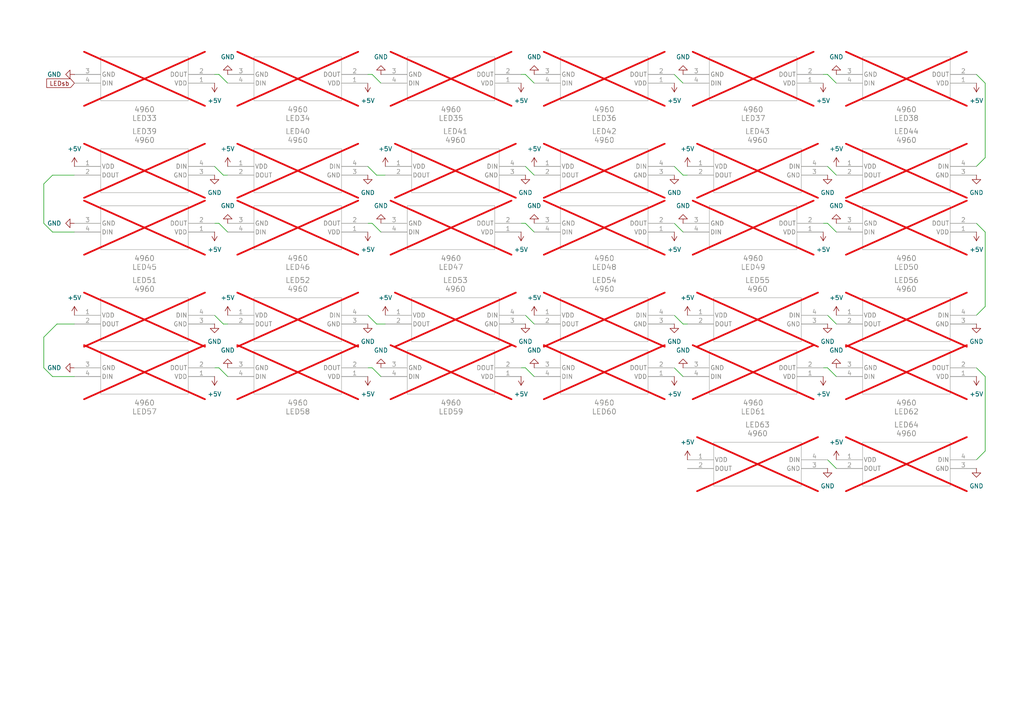
<source format=kicad_sch>
(kicad_sch (version 20250114) (generator "eeschema") (generator_version "9.0")
  (paper "A4")
  (lib_symbols
    (symbol "leds:4960" (pin_names (offset 0.254))
      (property "Reference" "LED" (at 20.32 10.16 0))
      (property "Value" "4960" (at 20.32 7.62 0))
      (symbol "4960_0_1"
        (polyline (pts (xy 7.62 5.08) (xy 7.62 -7.62)) (stroke (width 0.127)))
        (polyline (pts (xy 7.62 -7.62) (xy 33.02 -7.62)) (stroke (width 0.127)))
        (polyline (pts (xy 33.02 5.08) (xy 7.62 5.08)) (stroke (width 0.127)))
        (polyline (pts (xy 33.02 -7.62) (xy 33.02 5.08)) (stroke (width 0.127)))
        (pin power_in line (at 0 0 0) (length 7.62) (name "VDD") (number "1"))
        (pin output line (at 0 -2.54 0) (length 7.62) (name "DOUT") (number "2"))
        (pin input line (at 40.64 0 180) (length 7.62) (name "DIN") (number "4"))
        (pin power_out line (at 40.64 -2.54 180) (length 7.62) (name "GND") (number "3"))
      )
    )
    (symbol "power:+5V" (power) (pin_numbers (hide yes)) (pin_names (offset 0) (hide yes))
      (property "Value" "+5V" (at 0 3.556 0))
      (symbol "+5V_0_1"
        (polyline (pts (xy -0.762 1.27) (xy 0 2.54)))
        (polyline (pts (xy 0 2.54) (xy 0.762 1.27)))
        (polyline (pts (xy 0 0) (xy 0 2.54)))
      )
      (symbol "+5V_1_1"
        (pin power_in line (at 0 0 90) (length 0) (name "~") (number "1"))
      )
    )
    (symbol "power:GND" (power) (pin_numbers (hide yes)) (pin_names (offset 0) (hide yes))
      (property "Value" "GND" (at 0 -3.81 0))
      (symbol "GND_0_1"
        (polyline (pts (xy 0 0) (xy 0 -1.27) (xy 1.27 -1.27) (xy 0 -2.54) (xy -1.27 -1.27) (xy 0 -1.27)))
      )
      (symbol "GND_1_1"
        (pin power_in line (at 0 0 270) (length 0) (name "~") (number "1"))
      )
    )
  )
  (wire (pts (xy 15.24 50.8) (xy 12.7 53.34)))
  (wire (pts (xy 66.04 50.8) (xy 64.77 50.8)))
  (wire (pts (xy 195.58 64.77) (xy 198.12 67.31)))
  (wire (pts (xy 12.7 53.34) (xy 12.7 64.77)))
  (wire (pts (xy 63.5 64.77) (xy 66.04 67.31)))
  (wire (pts (xy 285.75 130.81) (xy 283.21 133.35)))
  (wire (pts (xy 12.7 106.68) (xy 15.24 109.22)))
  (wire (pts (xy 240.03 64.77) (xy 242.57 67.31)))
  (wire (pts (xy 285.75 109.22) (xy 285.75 130.81)))
  (wire (pts (xy 151.13 21.59) (xy 152.4 21.59)))
  (wire (pts (xy 238.76 64.77) (xy 240.03 64.77)))
  (wire (pts (xy 285.75 88.9) (xy 283.21 91.44)))
  (wire (pts (xy 152.4 64.77) (xy 154.94 67.31)))
  (wire (pts (xy 106.68 48.26) (xy 109.22 50.8)))
  (wire (pts (xy 242.57 50.8) (xy 240.03 48.26)))
  (wire (pts (xy 151.13 106.68) (xy 152.4 106.68)))
  (wire (pts (xy 64.77 50.8) (xy 62.23 48.26)))
  (wire (pts (xy 152.4 21.59) (xy 154.94 24.13)))
  (wire (pts (xy 66.04 93.98) (xy 64.77 93.98)))
  (wire (pts (xy 240.03 21.59) (xy 242.57 24.13)))
  (wire (pts (xy 285.75 24.13) (xy 285.75 45.72)))
  (wire (pts (xy 107.95 64.77) (xy 110.49 67.31)))
  (wire (pts (xy 62.23 106.68) (xy 63.5 106.68)))
  (wire (pts (xy 62.23 64.77) (xy 63.5 64.77)))
  (wire (pts (xy 106.68 91.44) (xy 109.22 93.98)))
  (wire (pts (xy 62.23 21.59) (xy 63.5 21.59)))
  (wire (pts (xy 242.57 135.89) (xy 240.03 133.35)))
  (wire (pts (xy 151.13 64.77) (xy 152.4 64.77)))
  (wire (pts (xy 154.94 93.98) (xy 152.4 91.44)))
  (wire (pts (xy 106.68 21.59) (xy 107.95 21.59)))
  (wire (pts (xy 21.59 93.98) (xy 16.51 93.98)))
  (wire (pts (xy 238.76 106.68) (xy 240.03 106.68)))
  (wire (pts (xy 21.59 50.8) (xy 15.24 50.8)))
  (wire (pts (xy 15.24 109.22) (xy 21.59 109.22)))
  (wire (pts (xy 152.4 106.68) (xy 154.94 109.22)))
  (wire (pts (xy 12.7 97.79) (xy 12.7 106.68)))
  (wire (pts (xy 63.5 21.59) (xy 66.04 24.13)))
  (wire (pts (xy 238.76 21.59) (xy 240.03 21.59)))
  (wire (pts (xy 198.12 93.98) (xy 195.58 91.44)))
  (wire (pts (xy 63.5 106.68) (xy 66.04 109.22)))
  (wire (pts (xy 283.21 21.59) (xy 285.75 24.13)))
  (wire (pts (xy 106.68 64.77) (xy 107.95 64.77)))
  (wire (pts (xy 195.58 106.68) (xy 198.12 109.22)))
  (wire (pts (xy 107.95 106.68) (xy 110.49 109.22)))
  (wire (pts (xy 240.03 106.68) (xy 242.57 109.22)))
  (wire (pts (xy 16.51 93.98) (xy 12.7 97.79)))
  (wire (pts (xy 15.24 67.31) (xy 21.59 67.31)))
  (wire (pts (xy 111.76 50.8) (xy 109.22 50.8)))
  (wire (pts (xy 285.75 67.31) (xy 285.75 88.9)))
  (wire (pts (xy 283.21 64.77) (xy 285.75 67.31)))
  (wire (pts (xy 199.39 50.8) (xy 198.12 50.8)))
  (wire (pts (xy 107.95 21.59) (xy 110.49 24.13)))
  (wire (pts (xy 199.39 93.98) (xy 198.12 93.98)))
  (wire (pts (xy 242.57 93.98) (xy 240.03 91.44)))
  (wire (pts (xy 283.21 106.68) (xy 285.75 109.22)))
  (wire (pts (xy 195.58 21.59) (xy 198.12 24.13)))
  (wire (pts (xy 154.94 50.8) (xy 152.4 48.26)))
  (wire (pts (xy 106.68 106.68) (xy 107.95 106.68)))
  (wire (pts (xy 64.77 93.98) (xy 62.23 91.44)))
  (wire (pts (xy 285.75 45.72) (xy 283.21 48.26)))
  (wire (pts (xy 12.7 64.77) (xy 15.24 67.31)))
  (wire (pts (xy 111.76 93.98) (xy 109.22 93.98)))
  (wire (pts (xy 198.12 50.8) (xy 195.58 48.26)))
  (global_label "LEDsb" (shape input) (at 21.59 24.13 180) (property "Intersheetrefs" "${INTERSHEET_REFS}" (effects (hide yes))))
  (symbol (lib_id "power:GND") (at 154.94 106.68 180) (unit 1)
    (property "Reference" "#PWR0183" (effects (hide yes)))
    (property "Value" "GND" (at 154.94 101.6 0))
    (property "Description" "Power symbol creates a global label with name \"GND\" , ground" (effects (hide yes)))
  )
  (symbol (lib_id "leds:4960") (at 21.59 91.44 0) (unit 1) (dnp yes)
    (property "Reference" "LED51" (at 41.91 81.28 0) (effects (font (size 1.524 1.524))))
    (property "Value" "4960" (at 41.91 83.82 0) (effects (font (size 1.524 1.524))))
    (property "Footprint" "Custom Lib:4960_ADA" (effects (hide yes)))
    (property "Datasheet" "4960" (effects (hide yes)))
  )
  (symbol (lib_id "power:+5V") (at 238.76 24.13 180) (unit 1)
    (property "Reference" "#PWR0142" (effects (hide yes)))
    (property "Value" "+5V" (at 238.76 29.21 0))
    (property "Description" "Power symbol creates a global label with name \"+5V\"" (effects (hide yes)))
  )
  (symbol (lib_id "power:GND") (at 21.59 21.59 270) (unit 1)
    (property "Reference" "#PWR0132" (effects (hide yes)))
    (property "Value" "GND" (at 17.78 21.5901 90) (effects (justify right)))
    (property "Description" "Power symbol creates a global label with name \"GND\" , ground" (effects (hide yes)))
  )
  (symbol (lib_id "leds:4960") (at 106.68 67.31 180) (unit 1) (dnp yes)
    (property "Reference" "LED46" (at 86.36 77.47 0) (effects (font (size 1.524 1.524))))
    (property "Value" "4960" (at 86.36 74.93 0) (effects (font (size 1.524 1.524))))
    (property "Footprint" "Custom Lib:4960_ADA" (effects (hide yes)))
    (property "Datasheet" "4960" (effects (hide yes)))
  )
  (symbol (lib_id "power:+5V") (at 151.13 24.13 180) (unit 1)
    (property "Reference" "#PWR0140" (effects (hide yes)))
    (property "Value" "+5V" (at 151.13 29.21 0))
    (property "Description" "Power symbol creates a global label with name \"+5V\"" (effects (hide yes)))
  )
  (symbol (lib_id "power:GND") (at 62.23 93.98 0) (unit 1)
    (property "Reference" "#PWR0174" (effects (hide yes)))
    (property "Value" "GND" (at 62.23 99.06 0))
    (property "Description" "Power symbol creates a global label with name \"GND\" , ground" (effects (hide yes)))
  )
  (symbol (lib_id "power:+5V") (at 106.68 67.31 180) (unit 1)
    (property "Reference" "#PWR0163" (effects (hide yes)))
    (property "Value" "+5V" (at 106.68 72.39 0))
    (property "Description" "Power symbol creates a global label with name \"+5V\"" (effects (hide yes)))
  )
  (symbol (lib_id "leds:4960") (at 238.76 109.22 180) (unit 1) (dnp yes)
    (property "Reference" "LED61" (at 218.44 119.38 0) (effects (font (size 1.524 1.524))))
    (property "Value" "4960" (at 218.44 116.84 0) (effects (font (size 1.524 1.524))))
    (property "Footprint" "Custom Lib:4960_ADA" (effects (hide yes)))
    (property "Datasheet" "4960" (effects (hide yes)))
  )
  (symbol (lib_id "leds:4960") (at 154.94 91.44 0) (unit 1) (dnp yes)
    (property "Reference" "LED54" (at 175.26 81.28 0) (effects (font (size 1.524 1.524))))
    (property "Value" "4960" (at 175.26 83.82 0) (effects (font (size 1.524 1.524))))
    (property "Footprint" "Custom Lib:4960_ADA" (effects (hide yes)))
    (property "Datasheet" "4960" (effects (hide yes)))
  )
  (symbol (lib_id "leds:4960") (at 62.23 109.22 180) (unit 1) (dnp yes)
    (property "Reference" "LED57" (at 41.91 119.38 0) (effects (font (size 1.524 1.524))))
    (property "Value" "4960" (at 41.91 116.84 0) (effects (font (size 1.524 1.524))))
    (property "Footprint" "Custom Lib:4960_ADA" (effects (hide yes)))
    (property "Datasheet" "4960" (effects (hide yes)))
  )
  (symbol (lib_id "leds:4960") (at 154.94 48.26 0) (unit 1) (dnp yes)
    (property "Reference" "LED42" (at 175.26 38.1 0) (effects (font (size 1.524 1.524))))
    (property "Value" "4960" (at 175.26 40.64 0) (effects (font (size 1.524 1.524))))
    (property "Footprint" "Custom Lib:4960_ADA" (effects (hide yes)))
    (property "Datasheet" "4960" (effects (hide yes)))
  )
  (symbol (lib_id "power:GND") (at 240.03 50.8 0) (unit 1)
    (property "Reference" "#PWR0154" (effects (hide yes)))
    (property "Value" "GND" (at 240.03 55.88 0))
    (property "Description" "Power symbol creates a global label with name \"GND\" , ground" (effects (hide yes)))
  )
  (symbol (lib_id "power:GND") (at 198.12 64.77 180) (unit 1)
    (property "Reference" "#PWR0160" (effects (hide yes)))
    (property "Value" "GND" (at 198.12 59.69 0))
    (property "Description" "Power symbol creates a global label with name \"GND\" , ground" (effects (hide yes)))
  )
  (symbol (lib_id "leds:4960") (at 195.58 109.22 180) (unit 1) (dnp yes)
    (property "Reference" "LED60" (at 175.26 119.38 0) (effects (font (size 1.524 1.524))))
    (property "Value" "4960" (at 175.26 116.84 0) (effects (font (size 1.524 1.524))))
    (property "Footprint" "Custom Lib:4960_ADA" (effects (hide yes)))
    (property "Datasheet" "4960" (effects (hide yes)))
  )
  (symbol (lib_id "power:+5V") (at 151.13 67.31 180) (unit 1)
    (property "Reference" "#PWR0164" (effects (hide yes)))
    (property "Value" "+5V" (at 151.13 72.39 0))
    (property "Description" "Power symbol creates a global label with name \"+5V\"" (effects (hide yes)))
  )
  (symbol (lib_id "power:GND") (at 283.21 93.98 0) (unit 1)
    (property "Reference" "#PWR0179" (effects (hide yes)))
    (property "Value" "GND" (at 283.21 99.06 0))
    (property "Description" "Power symbol creates a global label with name \"GND\" , ground" (effects (hide yes)))
  )
  (symbol (lib_id "leds:4960") (at 199.39 133.35 0) (unit 1) (dnp yes)
    (property "Reference" "LED63" (at 219.71 123.19 0) (effects (font (size 1.524 1.524))))
    (property "Value" "4960" (at 219.71 125.73 0) (effects (font (size 1.524 1.524))))
    (property "Footprint" "Custom Lib:4960_ADA" (effects (hide yes)))
    (property "Datasheet" "4960" (effects (hide yes)))
  )
  (symbol (lib_id "power:GND") (at 240.03 135.89 0) (unit 1)
    (property "Reference" "#PWR0194" (effects (hide yes)))
    (property "Value" "GND" (at 240.03 140.97 0))
    (property "Description" "Power symbol creates a global label with name \"GND\" , ground" (effects (hide yes)))
  )
  (symbol (lib_id "leds:4960") (at 66.04 48.26 0) (unit 1) (dnp yes)
    (property "Reference" "LED40" (at 86.36 38.1 0) (effects (font (size 1.524 1.524))))
    (property "Value" "4960" (at 86.36 40.64 0) (effects (font (size 1.524 1.524))))
    (property "Footprint" "Custom Lib:4960_ADA" (effects (hide yes)))
    (property "Datasheet" "4960" (effects (hide yes)))
  )
  (symbol (lib_id "power:GND") (at 198.12 106.68 180) (unit 1)
    (property "Reference" "#PWR0184" (effects (hide yes)))
    (property "Value" "GND" (at 198.12 101.6 0))
    (property "Description" "Power symbol creates a global label with name \"GND\" , ground" (effects (hide yes)))
  )
  (symbol (lib_id "power:+5V") (at 21.59 48.26 0) (unit 1)
    (property "Reference" "#PWR0144" (effects (hide yes)))
    (property "Value" "+5V" (at 21.59 43.18 0))
    (property "Description" "Power symbol creates a global label with name \"+5V\"" (effects (hide yes)))
  )
  (symbol (lib_id "power:+5V") (at 66.04 48.26 0) (unit 1)
    (property "Reference" "#PWR0145" (effects (hide yes)))
    (property "Value" "+5V" (at 66.04 43.18 0))
    (property "Description" "Power symbol creates a global label with name \"+5V\"" (effects (hide yes)))
  )
  (symbol (lib_id "power:GND") (at 62.23 50.8 0) (unit 1)
    (property "Reference" "#PWR0150" (effects (hide yes)))
    (property "Value" "GND" (at 62.23 55.88 0))
    (property "Description" "Power symbol creates a global label with name \"GND\" , ground" (effects (hide yes)))
  )
  (symbol (lib_id "power:+5V") (at 242.57 133.35 0) (unit 1)
    (property "Reference" "#PWR0193" (effects (hide yes)))
    (property "Value" "+5V" (at 242.57 128.27 0))
    (property "Description" "Power symbol creates a global label with name \"+5V\"" (effects (hide yes)))
  )
  (symbol (lib_id "power:GND") (at 152.4 50.8 0) (unit 1)
    (property "Reference" "#PWR0152" (effects (hide yes)))
    (property "Value" "GND" (at 152.4 55.88 0))
    (property "Description" "Power symbol creates a global label with name \"GND\" , ground" (effects (hide yes)))
  )
  (symbol (lib_id "power:+5V") (at 283.21 24.13 180) (unit 1)
    (property "Reference" "#PWR0143" (effects (hide yes)))
    (property "Value" "+5V" (at 283.21 29.21 0))
    (property "Description" "Power symbol creates a global label with name \"+5V\"" (effects (hide yes)))
  )
  (symbol (lib_id "leds:4960") (at 242.57 48.26 0) (unit 1) (dnp yes)
    (property "Reference" "LED44" (at 262.89 38.1 0) (effects (font (size 1.524 1.524))))
    (property "Value" "4960" (at 262.89 40.64 0) (effects (font (size 1.524 1.524))))
    (property "Footprint" "Custom Lib:4960_ADA" (effects (hide yes)))
    (property "Datasheet" "4960" (effects (hide yes)))
  )
  (symbol (lib_id "power:+5V") (at 199.39 48.26 0) (unit 1)
    (property "Reference" "#PWR0148" (effects (hide yes)))
    (property "Value" "+5V" (at 199.39 43.18 0))
    (property "Description" "Power symbol creates a global label with name \"+5V\"" (effects (hide yes)))
  )
  (symbol (lib_id "power:GND") (at 21.59 64.77 270) (unit 1)
    (property "Reference" "#PWR0156" (effects (hide yes)))
    (property "Value" "GND" (at 17.78 64.7701 90) (effects (justify right)))
    (property "Description" "Power symbol creates a global label with name \"GND\" , ground" (effects (hide yes)))
  )
  (symbol (lib_id "power:+5V") (at 199.39 133.35 0) (unit 1)
    (property "Reference" "#PWR0192" (effects (hide yes)))
    (property "Value" "+5V" (at 199.39 128.27 0))
    (property "Description" "Power symbol creates a global label with name \"+5V\"" (effects (hide yes)))
  )
  (symbol (lib_id "power:GND") (at 66.04 21.59 180) (unit 1)
    (property "Reference" "#PWR0133" (effects (hide yes)))
    (property "Value" "GND" (at 66.04 16.51 0))
    (property "Description" "Power symbol creates a global label with name \"GND\" , ground" (effects (hide yes)))
  )
  (symbol (lib_id "leds:4960") (at 62.23 24.13 180) (unit 1) (dnp yes)
    (property "Reference" "LED33" (at 41.91 34.29 0) (effects (font (size 1.524 1.524))))
    (property "Value" "4960" (at 41.91 31.75 0) (effects (font (size 1.524 1.524))))
    (property "Footprint" "Custom Lib:4960_ADA" (effects (hide yes)))
    (property "Datasheet" "4960" (effects (hide yes)))
  )
  (symbol (lib_id "leds:4960") (at 242.57 91.44 0) (unit 1) (dnp yes)
    (property "Reference" "LED56" (at 262.89 81.28 0) (effects (font (size 1.524 1.524))))
    (property "Value" "4960" (at 262.89 83.82 0) (effects (font (size 1.524 1.524))))
    (property "Footprint" "Custom Lib:4960_ADA" (effects (hide yes)))
    (property "Datasheet" "4960" (effects (hide yes)))
  )
  (symbol (lib_id "leds:4960") (at 111.76 91.44 0) (unit 1) (dnp yes)
    (property "Reference" "LED53" (at 132.08 81.28 0) (effects (font (size 1.524 1.524))))
    (property "Value" "4960" (at 132.08 83.82 0) (effects (font (size 1.524 1.524))))
    (property "Footprint" "Custom Lib:4960_ADA" (effects (hide yes)))
    (property "Datasheet" "4960" (effects (hide yes)))
  )
  (symbol (lib_id "power:GND") (at 198.12 21.59 180) (unit 1)
    (property "Reference" "#PWR0136" (effects (hide yes)))
    (property "Value" "GND" (at 198.12 16.51 0))
    (property "Description" "Power symbol creates a global label with name \"GND\" , ground" (effects (hide yes)))
  )
  (symbol (lib_id "leds:4960") (at 106.68 109.22 180) (unit 1) (dnp yes)
    (property "Reference" "LED58" (at 86.36 119.38 0) (effects (font (size 1.524 1.524))))
    (property "Value" "4960" (at 86.36 116.84 0) (effects (font (size 1.524 1.524))))
    (property "Footprint" "Custom Lib:4960_ADA" (effects (hide yes)))
    (property "Datasheet" "4960" (effects (hide yes)))
  )
  (symbol (lib_id "power:+5V") (at 106.68 24.13 180) (unit 1)
    (property "Reference" "#PWR0139" (effects (hide yes)))
    (property "Value" "+5V" (at 106.68 29.21 0))
    (property "Description" "Power symbol creates a global label with name \"+5V\"" (effects (hide yes)))
  )
  (symbol (lib_id "power:+5V") (at 199.39 91.44 0) (unit 1)
    (property "Reference" "#PWR0172" (effects (hide yes)))
    (property "Value" "+5V" (at 199.39 86.36 0))
    (property "Description" "Power symbol creates a global label with name \"+5V\"" (effects (hide yes)))
  )
  (symbol (lib_id "leds:4960") (at 283.21 24.13 180) (unit 1) (dnp yes)
    (property "Reference" "LED38" (at 262.89 34.29 0) (effects (font (size 1.524 1.524))))
    (property "Value" "4960" (at 262.89 31.75 0) (effects (font (size 1.524 1.524))))
    (property "Footprint" "Custom Lib:4960_ADA" (effects (hide yes)))
    (property "Datasheet" "4960" (effects (hide yes)))
  )
  (symbol (lib_id "power:GND") (at 110.49 106.68 180) (unit 1)
    (property "Reference" "#PWR0182" (effects (hide yes)))
    (property "Value" "GND" (at 110.49 101.6 0))
    (property "Description" "Power symbol creates a global label with name \"GND\" , ground" (effects (hide yes)))
  )
  (symbol (lib_id "power:+5V") (at 195.58 67.31 180) (unit 1)
    (property "Reference" "#PWR0165" (effects (hide yes)))
    (property "Value" "+5V" (at 195.58 72.39 0))
    (property "Description" "Power symbol creates a global label with name \"+5V\"" (effects (hide yes)))
  )
  (symbol (lib_id "leds:4960") (at 199.39 91.44 0) (unit 1) (dnp yes)
    (property "Reference" "LED55" (at 219.71 81.28 0) (effects (font (size 1.524 1.524))))
    (property "Value" "4960" (at 219.71 83.82 0) (effects (font (size 1.524 1.524))))
    (property "Footprint" "Custom Lib:4960_ADA" (effects (hide yes)))
    (property "Datasheet" "4960" (effects (hide yes)))
  )
  (symbol (lib_id "power:GND") (at 154.94 64.77 180) (unit 1)
    (property "Reference" "#PWR0159" (effects (hide yes)))
    (property "Value" "GND" (at 154.94 59.69 0))
    (property "Description" "Power symbol creates a global label with name \"GND\" , ground" (effects (hide yes)))
  )
  (symbol (lib_id "leds:4960") (at 195.58 67.31 180) (unit 1) (dnp yes)
    (property "Reference" "LED48" (at 175.26 77.47 0) (effects (font (size 1.524 1.524))))
    (property "Value" "4960" (at 175.26 74.93 0) (effects (font (size 1.524 1.524))))
    (property "Footprint" "Custom Lib:4960_ADA" (effects (hide yes)))
    (property "Datasheet" "4960" (effects (hide yes)))
  )
  (symbol (lib_id "power:+5V") (at 154.94 48.26 0) (unit 1)
    (property "Reference" "#PWR0147" (effects (hide yes)))
    (property "Value" "+5V" (at 154.94 43.18 0))
    (property "Description" "Power symbol creates a global label with name \"+5V\"" (effects (hide yes)))
  )
  (symbol (lib_id "leds:4960") (at 283.21 109.22 180) (unit 1) (dnp yes)
    (property "Reference" "LED62" (at 262.89 119.38 0) (effects (font (size 1.524 1.524))))
    (property "Value" "4960" (at 262.89 116.84 0) (effects (font (size 1.524 1.524))))
    (property "Footprint" "Custom Lib:4960_ADA" (effects (hide yes)))
    (property "Datasheet" "4960" (effects (hide yes)))
  )
  (symbol (lib_id "leds:4960") (at 62.23 67.31 180) (unit 1) (dnp yes)
    (property "Reference" "LED45" (at 41.91 77.47 0) (effects (font (size 1.524 1.524))))
    (property "Value" "4960" (at 41.91 74.93 0) (effects (font (size 1.524 1.524))))
    (property "Footprint" "Custom Lib:4960_ADA" (effects (hide yes)))
    (property "Datasheet" "4960" (effects (hide yes)))
  )
  (symbol (lib_id "leds:4960") (at 151.13 67.31 180) (unit 1) (dnp yes)
    (property "Reference" "LED47" (at 130.81 77.47 0) (effects (font (size 1.524 1.524))))
    (property "Value" "4960" (at 130.81 74.93 0) (effects (font (size 1.524 1.524))))
    (property "Footprint" "Custom Lib:4960_ADA" (effects (hide yes)))
    (property "Datasheet" "4960" (effects (hide yes)))
  )
  (symbol (lib_id "power:GND") (at 195.58 50.8 0) (unit 1)
    (property "Reference" "#PWR0153" (effects (hide yes)))
    (property "Value" "GND" (at 195.58 55.88 0))
    (property "Description" "Power symbol creates a global label with name \"GND\" , ground" (effects (hide yes)))
  )
  (symbol (lib_id "power:GND") (at 242.57 106.68 180) (unit 1)
    (property "Reference" "#PWR0185" (effects (hide yes)))
    (property "Value" "GND" (at 242.57 101.6 0))
    (property "Description" "Power symbol creates a global label with name \"GND\" , ground" (effects (hide yes)))
  )
  (symbol (lib_id "power:+5V") (at 238.76 109.22 180) (unit 1)
    (property "Reference" "#PWR0190" (effects (hide yes)))
    (property "Value" "+5V" (at 238.76 114.3 0))
    (property "Description" "Power symbol creates a global label with name \"+5V\"" (effects (hide yes)))
  )
  (symbol (lib_id "power:GND") (at 242.57 64.77 180) (unit 1)
    (property "Reference" "#PWR0161" (effects (hide yes)))
    (property "Value" "GND" (at 242.57 59.69 0))
    (property "Description" "Power symbol creates a global label with name \"GND\" , ground" (effects (hide yes)))
  )
  (symbol (lib_id "power:+5V") (at 283.21 67.31 180) (unit 1)
    (property "Reference" "#PWR0167" (effects (hide yes)))
    (property "Value" "+5V" (at 283.21 72.39 0))
    (property "Description" "Power symbol creates a global label with name \"+5V\"" (effects (hide yes)))
  )
  (symbol (lib_id "leds:4960") (at 106.68 24.13 180) (unit 1) (dnp yes)
    (property "Reference" "LED34" (at 86.36 34.29 0) (effects (font (size 1.524 1.524))))
    (property "Value" "4960" (at 86.36 31.75 0) (effects (font (size 1.524 1.524))))
    (property "Footprint" "Custom Lib:4960_ADA" (effects (hide yes)))
    (property "Datasheet" "4960" (effects (hide yes)))
  )
  (symbol (lib_id "leds:4960") (at 238.76 67.31 180) (unit 1) (dnp yes)
    (property "Reference" "LED49" (at 218.44 77.47 0) (effects (font (size 1.524 1.524))))
    (property "Value" "4960" (at 218.44 74.93 0) (effects (font (size 1.524 1.524))))
    (property "Footprint" "Custom Lib:4960_ADA" (effects (hide yes)))
    (property "Datasheet" "4960" (effects (hide yes)))
  )
  (symbol (lib_id "power:+5V") (at 111.76 91.44 0) (unit 1)
    (property "Reference" "#PWR0170" (effects (hide yes)))
    (property "Value" "+5V" (at 111.76 86.36 0))
    (property "Description" "Power symbol creates a global label with name \"+5V\"" (effects (hide yes)))
  )
  (symbol (lib_id "leds:4960") (at 151.13 24.13 180) (unit 1) (dnp yes)
    (property "Reference" "LED35" (at 130.81 34.29 0) (effects (font (size 1.524 1.524))))
    (property "Value" "4960" (at 130.81 31.75 0) (effects (font (size 1.524 1.524))))
    (property "Footprint" "Custom Lib:4960_ADA" (effects (hide yes)))
    (property "Datasheet" "4960" (effects (hide yes)))
  )
  (symbol (lib_id "power:GND") (at 154.94 21.59 180) (unit 1)
    (property "Reference" "#PWR0135" (effects (hide yes)))
    (property "Value" "GND" (at 154.94 16.51 0))
    (property "Description" "Power symbol creates a global label with name \"GND\" , ground" (effects (hide yes)))
  )
  (symbol (lib_id "leds:4960") (at 111.76 48.26 0) (unit 1) (dnp yes)
    (property "Reference" "LED41" (at 132.08 38.1 0) (effects (font (size 1.524 1.524))))
    (property "Value" "4960" (at 132.08 40.64 0) (effects (font (size 1.524 1.524))))
    (property "Footprint" "Custom Lib:4960_ADA" (effects (hide yes)))
    (property "Datasheet" "4960" (effects (hide yes)))
  )
  (symbol (lib_id "power:+5V") (at 238.76 67.31 180) (unit 1)
    (property "Reference" "#PWR0166" (effects (hide yes)))
    (property "Value" "+5V" (at 238.76 72.39 0))
    (property "Description" "Power symbol creates a global label with name \"+5V\"" (effects (hide yes)))
  )
  (symbol (lib_id "leds:4960") (at 283.21 67.31 180) (unit 1) (dnp yes)
    (property "Reference" "LED50" (at 262.89 77.47 0) (effects (font (size 1.524 1.524))))
    (property "Value" "4960" (at 262.89 74.93 0) (effects (font (size 1.524 1.524))))
    (property "Footprint" "Custom Lib:4960_ADA" (effects (hide yes)))
    (property "Datasheet" "4960" (effects (hide yes)))
  )
  (symbol (lib_id "power:+5V") (at 242.57 48.26 0) (unit 1)
    (property "Reference" "#PWR0149" (effects (hide yes)))
    (property "Value" "+5V" (at 242.57 43.18 0))
    (property "Description" "Power symbol creates a global label with name \"+5V\"" (effects (hide yes)))
  )
  (symbol (lib_id "power:+5V") (at 283.21 109.22 180) (unit 1)
    (property "Reference" "#PWR0191" (effects (hide yes)))
    (property "Value" "+5V" (at 283.21 114.3 0))
    (property "Description" "Power symbol creates a global label with name \"+5V\"" (effects (hide yes)))
  )
  (symbol (lib_id "power:+5V") (at 154.94 91.44 0) (unit 1)
    (property "Reference" "#PWR0171" (effects (hide yes)))
    (property "Value" "+5V" (at 154.94 86.36 0))
    (property "Description" "Power symbol creates a global label with name \"+5V\"" (effects (hide yes)))
  )
  (symbol (lib_id "power:GND") (at 240.03 93.98 0) (unit 1)
    (property "Reference" "#PWR0178" (effects (hide yes)))
    (property "Value" "GND" (at 240.03 99.06 0))
    (property "Description" "Power symbol creates a global label with name \"GND\" , ground" (effects (hide yes)))
  )
  (symbol (lib_id "power:GND") (at 242.57 21.59 180) (unit 1)
    (property "Reference" "#PWR0137" (effects (hide yes)))
    (property "Value" "GND" (at 242.57 16.51 0))
    (property "Description" "Power symbol creates a global label with name \"GND\" , ground" (effects (hide yes)))
  )
  (symbol (lib_id "power:GND") (at 152.4 93.98 0) (unit 1)
    (property "Reference" "#PWR0176" (effects (hide yes)))
    (property "Value" "GND" (at 152.4 99.06 0))
    (property "Description" "Power symbol creates a global label with name \"GND\" , ground" (effects (hide yes)))
  )
  (symbol (lib_id "leds:4960") (at 21.59 48.26 0) (unit 1) (dnp yes)
    (property "Reference" "LED39" (at 41.91 38.1 0) (effects (font (size 1.524 1.524))))
    (property "Value" "4960" (at 41.91 40.64 0) (effects (font (size 1.524 1.524))))
    (property "Footprint" "Custom Lib:4960_ADA" (effects (hide yes)))
    (property "Datasheet" "4960" (effects (hide yes)))
  )
  (symbol (lib_id "power:+5V") (at 195.58 24.13 180) (unit 1)
    (property "Reference" "#PWR0141" (effects (hide yes)))
    (property "Value" "+5V" (at 195.58 29.21 0))
    (property "Description" "Power symbol creates a global label with name \"+5V\"" (effects (hide yes)))
  )
  (symbol (lib_id "power:+5V") (at 62.23 109.22 180) (unit 1)
    (property "Reference" "#PWR0186" (effects (hide yes)))
    (property "Value" "+5V" (at 62.23 114.3 0))
    (property "Description" "Power symbol creates a global label with name \"+5V\"" (effects (hide yes)))
  )
  (symbol (lib_id "power:GND") (at 66.04 64.77 180) (unit 1)
    (property "Reference" "#PWR0157" (effects (hide yes)))
    (property "Value" "GND" (at 66.04 59.69 0))
    (property "Description" "Power symbol creates a global label with name \"GND\" , ground" (effects (hide yes)))
  )
  (symbol (lib_id "power:GND") (at 283.21 50.8 0) (unit 1)
    (property "Reference" "#PWR0155" (effects (hide yes)))
    (property "Value" "GND" (at 283.21 55.88 0))
    (property "Description" "Power symbol creates a global label with name \"GND\" , ground" (effects (hide yes)))
  )
  (symbol (lib_id "power:+5V") (at 242.57 91.44 0) (unit 1)
    (property "Reference" "#PWR0173" (effects (hide yes)))
    (property "Value" "+5V" (at 242.57 86.36 0))
    (property "Description" "Power symbol creates a global label with name \"+5V\"" (effects (hide yes)))
  )
  (symbol (lib_id "power:GND") (at 195.58 93.98 0) (unit 1)
    (property "Reference" "#PWR0177" (effects (hide yes)))
    (property "Value" "GND" (at 195.58 99.06 0))
    (property "Description" "Power symbol creates a global label with name \"GND\" , ground" (effects (hide yes)))
  )
  (symbol (lib_id "leds:4960") (at 199.39 48.26 0) (unit 1) (dnp yes)
    (property "Reference" "LED43" (at 219.71 38.1 0) (effects (font (size 1.524 1.524))))
    (property "Value" "4960" (at 219.71 40.64 0) (effects (font (size 1.524 1.524))))
    (property "Footprint" "Custom Lib:4960_ADA" (effects (hide yes)))
    (property "Datasheet" "4960" (effects (hide yes)))
  )
  (symbol (lib_id "power:+5V") (at 195.58 109.22 180) (unit 1)
    (property "Reference" "#PWR0189" (effects (hide yes)))
    (property "Value" "+5V" (at 195.58 114.3 0))
    (property "Description" "Power symbol creates a global label with name \"+5V\"" (effects (hide yes)))
  )
  (symbol (lib_id "power:GND") (at 66.04 106.68 180) (unit 1)
    (property "Reference" "#PWR0181" (effects (hide yes)))
    (property "Value" "GND" (at 66.04 101.6 0))
    (property "Description" "Power symbol creates a global label with name \"GND\" , ground" (effects (hide yes)))
  )
  (symbol (lib_id "leds:4960") (at 66.04 91.44 0) (unit 1) (dnp yes)
    (property "Reference" "LED52" (at 86.36 81.28 0) (effects (font (size 1.524 1.524))))
    (property "Value" "4960" (at 86.36 83.82 0) (effects (font (size 1.524 1.524))))
    (property "Footprint" "Custom Lib:4960_ADA" (effects (hide yes)))
    (property "Datasheet" "4960" (effects (hide yes)))
  )
  (symbol (lib_id "power:+5V") (at 62.23 67.31 180) (unit 1)
    (property "Reference" "#PWR0162" (effects (hide yes)))
    (property "Value" "+5V" (at 62.23 72.39 0))
    (property "Description" "Power symbol creates a global label with name \"+5V\"" (effects (hide yes)))
  )
  (symbol (lib_id "leds:4960") (at 238.76 24.13 180) (unit 1) (dnp yes)
    (property "Reference" "LED37" (at 218.44 34.29 0) (effects (font (size 1.524 1.524))))
    (property "Value" "4960" (at 218.44 31.75 0) (effects (font (size 1.524 1.524))))
    (property "Footprint" "Custom Lib:4960_ADA" (effects (hide yes)))
    (property "Datasheet" "4960" (effects (hide yes)))
  )
  (symbol (lib_id "leds:4960") (at 242.57 133.35 0) (unit 1) (dnp yes)
    (property "Reference" "LED64" (at 262.89 123.19 0) (effects (font (size 1.524 1.524))))
    (property "Value" "4960" (at 262.89 125.73 0) (effects (font (size 1.524 1.524))))
    (property "Footprint" "Custom Lib:4960_ADA" (effects (hide yes)))
    (property "Datasheet" "4960" (effects (hide yes)))
  )
  (symbol (lib_id "power:+5V") (at 21.59 91.44 0) (unit 1)
    (property "Reference" "#PWR0168" (effects (hide yes)))
    (property "Value" "+5V" (at 21.59 86.36 0))
    (property "Description" "Power symbol creates a global label with name \"+5V\"" (effects (hide yes)))
  )
  (symbol (lib_id "power:GND") (at 106.68 50.8 0) (unit 1)
    (property "Reference" "#PWR0151" (effects (hide yes)))
    (property "Value" "GND" (at 106.68 55.88 0))
    (property "Description" "Power symbol creates a global label with name \"GND\" , ground" (effects (hide yes)))
  )
  (symbol (lib_id "power:GND") (at 21.59 106.68 270) (unit 1)
    (property "Reference" "#PWR0180" (effects (hide yes)))
    (property "Value" "GND" (at 17.78 106.6801 90) (effects (justify right)))
    (property "Description" "Power symbol creates a global label with name \"GND\" , ground" (effects (hide yes)))
  )
  (symbol (lib_id "power:+5V") (at 66.04 91.44 0) (unit 1)
    (property "Reference" "#PWR0169" (effects (hide yes)))
    (property "Value" "+5V" (at 66.04 86.36 0))
    (property "Description" "Power symbol creates a global label with name \"+5V\"" (effects (hide yes)))
  )
  (symbol (lib_id "leds:4960") (at 195.58 24.13 180) (unit 1) (dnp yes)
    (property "Reference" "LED36" (at 175.26 34.29 0) (effects (font (size 1.524 1.524))))
    (property "Value" "4960" (at 175.26 31.75 0) (effects (font (size 1.524 1.524))))
    (property "Footprint" "Custom Lib:4960_ADA" (effects (hide yes)))
    (property "Datasheet" "4960" (effects (hide yes)))
  )
  (symbol (lib_id "leds:4960") (at 151.13 109.22 180) (unit 1) (dnp yes)
    (property "Reference" "LED59" (at 130.81 119.38 0) (effects (font (size 1.524 1.524))))
    (property "Value" "4960" (at 130.81 116.84 0) (effects (font (size 1.524 1.524))))
    (property "Footprint" "Custom Lib:4960_ADA" (effects (hide yes)))
    (property "Datasheet" "4960" (effects (hide yes)))
  )
  (symbol (lib_id "power:+5V") (at 111.76 48.26 0) (unit 1)
    (property "Reference" "#PWR0146" (effects (hide yes)))
    (property "Value" "+5V" (at 111.76 43.18 0))
    (property "Description" "Power symbol creates a global label with name \"+5V\"" (effects (hide yes)))
  )
  (symbol (lib_id "power:GND") (at 283.21 135.89 0) (unit 1)
    (property "Reference" "#PWR0195" (effects (hide yes)))
    (property "Value" "GND" (at 283.21 140.97 0))
    (property "Description" "Power symbol creates a global label with name \"GND\" , ground" (effects (hide yes)))
  )
  (symbol (lib_id "power:+5V") (at 151.13 109.22 180) (unit 1)
    (property "Reference" "#PWR0188" (effects (hide yes)))
    (property "Value" "+5V" (at 151.13 114.3 0))
    (property "Description" "Power symbol creates a global label with name \"+5V\"" (effects (hide yes)))
  )
  (symbol (lib_id "power:GND") (at 106.68 93.98 0) (unit 1)
    (property "Reference" "#PWR0175" (effects (hide yes)))
    (property "Value" "GND" (at 106.68 99.06 0))
    (property "Description" "Power symbol creates a global label with name \"GND\" , ground" (effects (hide yes)))
  )
  (symbol (lib_id "power:GND") (at 110.49 21.59 180) (unit 1)
    (property "Reference" "#PWR0134" (effects (hide yes)))
    (property "Value" "GND" (at 110.49 16.51 0))
    (property "Description" "Power symbol creates a global label with name \"GND\" , ground" (effects (hide yes)))
  )
  (symbol (lib_id "power:+5V") (at 106.68 109.22 180) (unit 1)
    (property "Reference" "#PWR0187" (effects (hide yes)))
    (property "Value" "+5V" (at 106.68 114.3 0))
    (property "Description" "Power symbol creates a global label with name \"+5V\"" (effects (hide yes)))
  )
  (symbol (lib_id "power:+5V") (at 62.23 24.13 180) (unit 1)
    (property "Reference" "#PWR0138" (effects (hide yes)))
    (property "Value" "+5V" (at 62.23 29.21 0))
    (property "Description" "Power symbol creates a global label with name \"+5V\"" (effects (hide yes)))
  )
  (symbol (lib_id "power:GND") (at 110.49 64.77 180) (unit 1)
    (property "Reference" "#PWR0158" (effects (hide yes)))
    (property "Value" "GND" (at 110.49 59.69 0))
    (property "Description" "Power symbol creates a global label with name \"GND\" , ground" (effects (hide yes)))
  )
)
</source>
